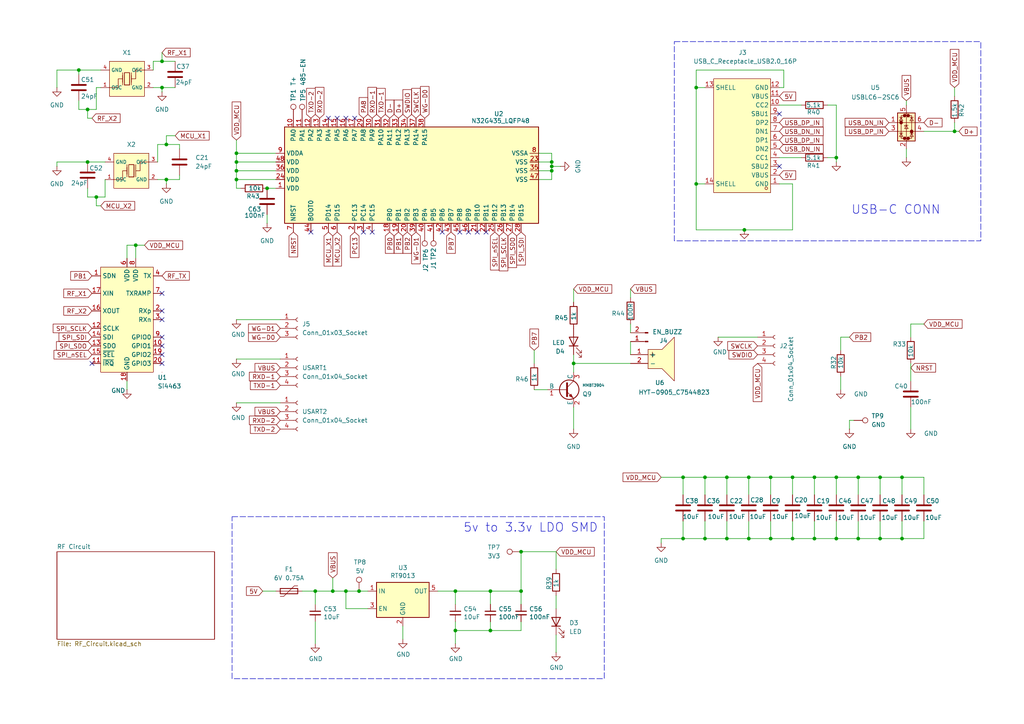
<source format=kicad_sch>
(kicad_sch (version 20250114) (generator "eeschema") (generator_version "9.0")
  (paper "A4")
  (rectangle (start 195.58 12.065) (end 284.48 69.85) (stroke (width 0) (type dash)))
  (rectangle (start 67.31 149.86) (end 175.26 196.85) (stroke (width 0) (type dash)))
  (text "5v to 3.3v LDO SMD" (at 153.924 153.162 0) (effects (font (size 2.54 2.54))))
  (text "USB-C CONN" (at 259.842 60.96 0) (effects (font (size 2.54 2.54))))
  (junction (at 217.17 156.21))
  (junction (at 27.94 57.15))
  (junction (at 151.13 160.02))
  (junction (at 276.86 38.1))
  (junction (at 229.87 138.43))
  (junction (at 217.17 138.43))
  (junction (at 151.13 171.45))
  (junction (at 204.47 138.43))
  (junction (at 25.4 46.99))
  (junction (at 132.08 182.88))
  (junction (at 242.57 138.43))
  (junction (at 229.87 156.21))
  (junction (at 223.52 138.43))
  (junction (at 132.08 171.45))
  (junction (at 104.14 171.45))
  (junction (at 210.82 138.43))
  (junction (at 242.57 45.72))
  (junction (at 255.27 138.43))
  (junction (at 255.27 156.21))
  (junction (at 142.24 171.45))
  (junction (at 100.33 171.45))
  (junction (at 48.26 52.07))
  (junction (at 248.92 138.43))
  (junction (at 160.02 49.53))
  (junction (at 201.93 25.4))
  (junction (at 39.37 71.12))
  (junction (at 210.82 156.21))
  (junction (at 68.58 44.45))
  (junction (at 25.4 31.75))
  (junction (at 261.62 156.21))
  (junction (at 142.24 182.88))
  (junction (at 68.58 49.53))
  (junction (at 215.9 66.675))
  (junction (at 198.12 138.43))
  (junction (at 201.93 53.34))
  (junction (at 242.57 156.21))
  (junction (at 261.62 138.43))
  (junction (at 160.02 48.26))
  (junction (at 166.37 105.41))
  (junction (at 91.44 171.45))
  (junction (at 68.58 46.99))
  (junction (at 223.52 156.21))
  (junction (at 236.22 156.21))
  (junction (at 160.02 46.99))
  (junction (at 46.99 17.78))
  (junction (at 77.47 54.61))
  (junction (at 204.47 156.21))
  (junction (at 248.92 156.21))
  (junction (at 96.52 171.45))
  (junction (at 198.12 156.21))
  (junction (at 22.86 20.32))
  (junction (at 68.58 52.07))
  (junction (at 48.26 41.91))
  (junction (at 46.99 25.4))
  (junction (at 236.22 138.43))
  (no_connect (at 26.67 105.41))
  (no_connect (at 46.99 97.79))
  (no_connect (at 46.99 85.09))
  (no_connect (at 133.35 67.31))
  (no_connect (at 100.33 34.29))
  (no_connect (at 128.27 67.31))
  (no_connect (at 46.99 105.41))
  (no_connect (at 102.87 34.29))
  (no_connect (at 97.79 34.29))
  (no_connect (at 90.17 67.31))
  (no_connect (at 46.99 100.33))
  (no_connect (at 140.97 67.31))
  (no_connect (at 95.25 34.29))
  (no_connect (at 46.99 102.87))
  (no_connect (at 226.06 48.26))
  (no_connect (at 105.41 67.31))
  (no_connect (at 107.95 67.31))
  (no_connect (at 46.99 92.71))
  (no_connect (at 135.89 67.31))
  (no_connect (at 226.06 33.02))
  (no_connect (at 46.99 90.17))
  (no_connect (at 138.43 67.31))
  (wire (pts (xy 261.62 156.21) (xy 255.27 156.21)))
  (wire (pts (xy 96.52 167.64) (xy 96.52 171.45)))
  (wire (pts (xy 243.84 97.79) (xy 243.84 101.6)))
  (wire (pts (xy 91.44 180.34) (xy 91.44 186.69)))
  (wire (pts (xy 25.4 57.15) (xy 25.4 54.61)))
  (wire (pts (xy 198.12 138.43) (xy 198.12 143.51)))
  (wire (pts (xy 25.4 34.29) (xy 25.4 31.75)))
  (wire (pts (xy 68.58 92.71) (xy 81.28 92.71)))
  (wire (pts (xy 162.56 48.26) (xy 160.02 48.26)))
  (wire (pts (xy 226.06 53.34) (xy 229.87 53.34)))
  (wire (pts (xy 246.38 121.92) (xy 246.38 124.46)))
  (wire (pts (xy 229.87 138.43) (xy 223.52 138.43)))
  (wire (pts (xy 215.9 66.675) (xy 229.87 66.675)))
  (wire (pts (xy 16.51 46.99) (xy 16.51 48.26)))
  (wire (pts (xy 240.03 30.48) (xy 242.57 30.48)))
  (wire (pts (xy 267.97 93.98) (xy 264.16 93.98)))
  (wire (pts (xy 242.57 138.43) (xy 236.22 138.43)))
  (wire (pts (xy 52.07 43.18) (xy 52.07 41.91)))
  (wire (pts (xy 91.44 171.45) (xy 96.52 171.45)))
  (wire (pts (xy 201.93 53.34) (xy 204.47 53.34)))
  (wire (pts (xy 156.21 46.99) (xy 160.02 46.99)))
  (wire (pts (xy 68.58 49.53) (xy 68.58 52.07)))
  (wire (pts (xy 229.87 151.13) (xy 229.87 156.21)))
  (wire (pts (xy 116.84 181.61) (xy 116.84 185.42)))
  (wire (pts (xy 160.02 49.53) (xy 160.02 48.26)))
  (wire (pts (xy 226.06 25.4) (xy 227.33 25.4)))
  (wire (pts (xy 201.93 25.4) (xy 204.47 25.4)))
  (wire (pts (xy 68.58 44.45) (xy 80.01 44.45)))
  (wire (pts (xy 262.89 29.21) (xy 262.89 30.48)))
  (wire (pts (xy 217.17 138.43) (xy 210.82 138.43)))
  (wire (pts (xy 68.58 104.14) (xy 81.28 104.14)))
  (wire (pts (xy 226.06 45.72) (xy 232.41 45.72)))
  (wire (pts (xy 151.13 171.45) (xy 142.24 171.45)))
  (wire (pts (xy 44.45 25.4) (xy 46.99 25.4)))
  (wire (pts (xy 267.97 143.51) (xy 267.97 138.43)))
  (wire (pts (xy 22.86 31.75) (xy 22.86 29.21)))
  (wire (pts (xy 264.16 105.41) (xy 264.16 110.49)))
  (wire (pts (xy 278.13 38.1) (xy 276.86 38.1)))
  (wire (pts (xy 201.93 20.32) (xy 201.93 25.4)))
  (wire (pts (xy 44.45 17.78) (xy 46.99 17.78)))
  (wire (pts (xy 68.58 52.07) (xy 80.01 52.07)))
  (wire (pts (xy 201.93 53.34) (xy 201.93 66.675)))
  (wire (pts (xy 161.29 172.72) (xy 161.29 176.53)))
  (wire (pts (xy 22.86 20.32) (xy 16.51 20.32)))
  (wire (pts (xy 48.26 41.91) (xy 48.26 39.37)))
  (wire (pts (xy 198.12 151.13) (xy 198.12 156.21)))
  (wire (pts (xy 248.92 151.13) (xy 248.92 156.21)))
  (wire (pts (xy 27.94 25.4) (xy 29.21 25.4)))
  (wire (pts (xy 210.82 138.43) (xy 210.82 143.51)))
  (wire (pts (xy 229.87 156.21) (xy 236.22 156.21)))
  (wire (pts (xy 100.33 171.45) (xy 104.14 171.45)))
  (wire (pts (xy 267.97 151.13) (xy 267.97 156.21)))
  (wire (pts (xy 68.58 52.07) (xy 68.58 54.61)))
  (wire (pts (xy 198.12 156.21) (xy 204.47 156.21)))
  (wire (pts (xy 52.07 41.91) (xy 48.26 41.91)))
  (wire (pts (xy 276.86 25.4) (xy 276.86 27.94)))
  (wire (pts (xy 26.67 34.29) (xy 25.4 34.29)))
  (wire (pts (xy 236.22 151.13) (xy 236.22 156.21)))
  (wire (pts (xy 161.29 160.02) (xy 151.13 160.02)))
  (wire (pts (xy 156.21 52.07) (xy 160.02 52.07)))
  (wire (pts (xy 166.37 105.41) (xy 182.88 105.41)))
  (wire (pts (xy 46.99 15.24) (xy 46.99 17.78)))
  (wire (pts (xy 204.47 138.43) (xy 210.82 138.43)))
  (wire (pts (xy 104.14 171.45) (xy 106.68 171.45)))
  (wire (pts (xy 68.58 46.99) (xy 80.01 46.99)))
  (wire (pts (xy 242.57 143.51) (xy 242.57 138.43)))
  (wire (pts (xy 166.37 118.11) (xy 166.37 124.46)))
  (wire (pts (xy 204.47 156.21) (xy 210.82 156.21)))
  (wire (pts (xy 46.99 25.4) (xy 50.8 25.4)))
  (wire (pts (xy 154.94 101.6) (xy 154.94 105.41)))
  (wire (pts (xy 156.21 44.45) (xy 160.02 44.45)))
  (wire (pts (xy 142.24 180.34) (xy 142.24 182.88)))
  (wire (pts (xy 160.02 46.99) (xy 160.02 44.45)))
  (wire (pts (xy 166.37 105.41) (xy 166.37 107.95)))
  (wire (pts (xy 27.94 31.75) (xy 25.4 31.75)))
  (wire (pts (xy 247.65 121.92) (xy 246.38 121.92)))
  (wire (pts (xy 30.48 57.15) (xy 27.94 57.15)))
  (wire (pts (xy 25.4 31.75) (xy 22.86 31.75)))
  (wire (pts (xy 48.26 52.07) (xy 52.07 52.07)))
  (wire (pts (xy 16.51 20.32) (xy 16.51 25.4)))
  (wire (pts (xy 151.13 180.34) (xy 151.13 182.88)))
  (wire (pts (xy 46.99 17.78) (xy 50.8 17.78)))
  (wire (pts (xy 68.58 44.45) (xy 68.58 46.99)))
  (wire (pts (xy 151.13 160.02) (xy 151.13 171.45)))
  (wire (pts (xy 276.86 38.1) (xy 267.97 38.1)))
  (wire (pts (xy 217.17 151.13) (xy 217.17 156.21)))
  (wire (pts (xy 217.17 143.51) (xy 217.17 138.43)))
  (wire (pts (xy 48.26 52.07) (xy 48.26 53.34)))
  (wire (pts (xy 68.58 46.99) (xy 68.58 49.53)))
  (wire (pts (xy 45.72 46.99) (xy 45.72 41.91)))
  (wire (pts (xy 87.63 171.45) (xy 91.44 171.45)))
  (wire (pts (xy 45.72 52.07) (xy 48.26 52.07)))
  (wire (pts (xy 204.47 138.43) (xy 198.12 138.43)))
  (wire (pts (xy 132.08 180.34) (xy 132.08 182.88)))
  (wire (pts (xy 39.37 71.12) (xy 39.37 74.93)))
  (wire (pts (xy 267.97 138.43) (xy 261.62 138.43)))
  (wire (pts (xy 248.92 143.51) (xy 248.92 138.43)))
  (wire (pts (xy 246.38 97.79) (xy 243.84 97.79)))
  (wire (pts (xy 223.52 156.21) (xy 229.87 156.21)))
  (wire (pts (xy 46.99 25.4) (xy 46.99 26.67)))
  (wire (pts (xy 242.57 30.48) (xy 242.57 45.72)))
  (wire (pts (xy 76.2 171.45) (xy 80.01 171.45)))
  (wire (pts (xy 182.88 93.98) (xy 182.88 96.52)))
  (wire (pts (xy 52.07 50.8) (xy 52.07 52.07)))
  (wire (pts (xy 191.77 156.21) (xy 191.77 157.48)))
  (wire (pts (xy 191.77 138.43) (xy 198.12 138.43)))
  (wire (pts (xy 210.82 156.21) (xy 217.17 156.21)))
  (wire (pts (xy 255.27 143.51) (xy 255.27 138.43)))
  (wire (pts (xy 248.92 156.21) (xy 242.57 156.21)))
  (wire (pts (xy 223.52 156.21) (xy 217.17 156.21)))
  (wire (pts (xy 182.88 99.06) (xy 182.88 102.87)))
  (wire (pts (xy 142.24 182.88) (xy 132.08 182.88)))
  (wire (pts (xy 91.44 175.26) (xy 91.44 171.45)))
  (wire (pts (xy 201.93 53.34) (xy 201.93 25.4)))
  (wire (pts (xy 182.88 83.82) (xy 182.88 86.36)))
  (wire (pts (xy 255.27 138.43) (xy 248.92 138.43)))
  (wire (pts (xy 96.52 171.45) (xy 100.33 171.45)))
  (wire (pts (xy 22.86 20.32) (xy 22.86 21.59)))
  (wire (pts (xy 255.27 138.43) (xy 261.62 138.43)))
  (wire (pts (xy 161.29 160.02) (xy 161.29 165.1)))
  (wire (pts (xy 100.33 176.53) (xy 106.68 176.53)))
  (wire (pts (xy 29.21 20.32) (xy 22.86 20.32)))
  (wire (pts (xy 242.57 151.13) (xy 242.57 156.21)))
  (wire (pts (xy 132.08 182.88) (xy 132.08 186.69)))
  (wire (pts (xy 30.48 46.99) (xy 25.4 46.99)))
  (wire (pts (xy 264.16 93.98) (xy 264.16 97.79)))
  (wire (pts (xy 68.58 54.61) (xy 69.85 54.61)))
  (wire (pts (xy 27.94 59.69) (xy 27.94 57.15)))
  (wire (pts (xy 204.47 151.13) (xy 204.47 156.21)))
  (wire (pts (xy 223.52 143.51) (xy 223.52 138.43)))
  (wire (pts (xy 39.37 71.12) (xy 41.91 71.12)))
  (wire (pts (xy 68.58 49.53) (xy 80.01 49.53)))
  (wire (pts (xy 242.57 45.72) (xy 242.57 46.99)))
  (wire (pts (xy 142.24 171.45) (xy 132.08 171.45)))
  (wire (pts (xy 201.93 66.675) (xy 215.9 66.675)))
  (wire (pts (xy 240.03 45.72) (xy 242.57 45.72)))
  (wire (pts (xy 48.26 39.37) (xy 50.8 39.37)))
  (wire (pts (xy 262.89 43.18) (xy 262.89 45.72)))
  (wire (pts (xy 160.02 48.26) (xy 160.02 46.99)))
  (wire (pts (xy 127 171.45) (xy 132.08 171.45)))
  (wire (pts (xy 229.87 53.34) (xy 229.87 66.675)))
  (wire (pts (xy 227.33 25.4) (xy 227.33 20.32)))
  (wire (pts (xy 236.22 143.51) (xy 236.22 138.43)))
  (wire (pts (xy 36.83 71.12) (xy 39.37 71.12)))
  (wire (pts (xy 68.58 116.84) (xy 81.28 116.84)))
  (wire (pts (xy 227.33 20.32) (xy 201.93 20.32)))
  (wire (pts (xy 160.02 52.07) (xy 160.02 49.53)))
  (wire (pts (xy 27.94 25.4) (xy 27.94 31.75)))
  (wire (pts (xy 236.22 138.43) (xy 229.87 138.43)))
  (wire (pts (xy 267.97 156.21) (xy 261.62 156.21)))
  (wire (pts (xy 261.62 143.51) (xy 261.62 138.43)))
  (wire (pts (xy 132.08 175.26) (xy 132.08 171.45)))
  (wire (pts (xy 204.47 143.51) (xy 204.47 138.43)))
  (wire (pts (xy 25.4 46.99) (xy 16.51 46.99)))
  (wire (pts (xy 166.37 102.87) (xy 166.37 105.41)))
  (wire (pts (xy 30.48 52.07) (xy 30.48 57.15)))
  (wire (pts (xy 154.94 113.03) (xy 158.75 113.03)))
  (wire (pts (xy 48.26 41.91) (xy 45.72 41.91)))
  (wire (pts (xy 44.45 20.32) (xy 44.45 17.78)))
  (wire (pts (xy 255.27 156.21) (xy 248.92 156.21)))
  (wire (pts (xy 36.83 74.93) (xy 36.83 71.12)))
  (wire (pts (xy 156.21 49.53) (xy 160.02 49.53)))
  (wire (pts (xy 161.29 184.15) (xy 161.29 189.23)))
  (wire (pts (xy 242.57 156.21) (xy 236.22 156.21)))
  (wire (pts (xy 208.28 97.79) (xy 219.71 97.79)))
  (wire (pts (xy 248.92 138.43) (xy 242.57 138.43)))
  (wire (pts (xy 261.62 151.13) (xy 261.62 156.21)))
  (wire (pts (xy 27.94 57.15) (xy 25.4 57.15)))
  (wire (pts (xy 243.84 109.22) (xy 243.84 113.03)))
  (wire (pts (xy 210.82 151.13) (xy 210.82 156.21)))
  (wire (pts (xy 142.24 171.45) (xy 142.24 175.26)))
  (wire (pts (xy 36.83 110.49) (xy 36.83 113.03)))
  (wire (pts (xy 223.52 138.43) (xy 217.17 138.43)))
  (wire (pts (xy 29.21 59.69) (xy 27.94 59.69)))
  (wire (pts (xy 166.37 83.82) (xy 166.37 87.63)))
  (wire (pts (xy 151.13 182.88) (xy 142.24 182.88)))
  (wire (pts (xy 276.86 35.56) (xy 276.86 38.1)))
  (wire (pts (xy 223.52 151.13) (xy 223.52 156.21)))
  (wire (pts (xy 77.47 62.23) (xy 77.47 64.77)))
  (wire (pts (xy 191.77 156.21) (xy 198.12 156.21)))
  (wire (pts (xy 100.33 176.53) (xy 100.33 171.45)))
  (wire (pts (xy 255.27 151.13) (xy 255.27 156.21)))
  (wire (pts (xy 264.16 118.11) (xy 264.16 124.46)))
  (wire (pts (xy 68.58 40.64) (xy 68.58 44.45)))
  (wire (pts (xy 229.87 143.51) (xy 229.87 138.43)))
  (wire (pts (xy 226.06 30.48) (xy 232.41 30.48)))
  (wire (pts (xy 151.13 171.45) (xy 151.13 175.26)))
  (wire (pts (xy 77.47 54.61) (xy 80.01 54.61)))
  (global_label "5V" (shape input) (at 226.06 27.94 0) (property "Intersheetrefs" "${INTERSHEET_REFS}" (effects (hide yes))))
  (global_label "RXD-2" (shape input) (at 92.71 34.29 90) (property "Intersheetrefs" "${INTERSHEET_REFS}" (effects (hide yes))))
  (global_label "RF_X2" (shape input) (at 26.67 90.17 180) (property "Intersheetrefs" "${INTERSHEET_REFS}" (effects (hide yes))))
  (global_label "MCU_X1" (shape input) (at 50.8 39.37 0) (property "Intersheetrefs" "${INTERSHEET_REFS}" (effects (hide yes))))
  (global_label "TXD-1" (shape input) (at 110.49 34.29 90) (property "Intersheetrefs" "${INTERSHEET_REFS}" (effects (hide yes))))
  (global_label "WG-D1" (shape input) (at 81.28 95.25 180) (property "Intersheetrefs" "${INTERSHEET_REFS}" (effects (hide yes))))
  (global_label "TXD-2" (shape input) (at 90.17 34.29 90) (property "Intersheetrefs" "${INTERSHEET_REFS}" (effects (hide yes))))
  (global_label "SWDIO" (shape input) (at 118.11 34.29 90) (property "Intersheetrefs" "${INTERSHEET_REFS}" (effects (hide yes))))
  (global_label "SPI_SDO" (shape input) (at 26.67 100.33 180) (property "Intersheetrefs" "${INTERSHEET_REFS}" (effects (hide yes))))
  (global_label "5V" (shape input) (at 76.2 171.45 180) (property "Intersheetrefs" "${INTERSHEET_REFS}" (effects (hide yes))))
  (global_label "SWDIO" (shape input) (at 219.71 102.87 180) (property "Intersheetrefs" "${INTERSHEET_REFS}" (effects (hide yes))))
  (global_label "WG-D1" (shape input) (at 120.65 67.31 270) (property "Intersheetrefs" "${INTERSHEET_REFS}" (effects (hide yes))))
  (global_label "RF_TX" (shape input) (at 46.99 80.01 0) (property "Intersheetrefs" "${INTERSHEET_REFS}" (effects (hide yes))))
  (global_label "MCU_X2" (shape input) (at 29.21 59.69 0) (property "Intersheetrefs" "${INTERSHEET_REFS}" (effects (hide yes))))
  (global_label "PB2" (shape input) (at 246.38 97.79 0) (property "Intersheetrefs" "${INTERSHEET_REFS}" (effects (hide yes))))
  (global_label "5V" (shape input) (at 226.06 50.8 0) (property "Intersheetrefs" "${INTERSHEET_REFS}" (effects (hide yes))))
  (global_label "NRST" (shape input) (at 264.16 106.68 0) (property "Intersheetrefs" "${INTERSHEET_REFS}" (effects (hide yes))))
  (global_label "NRST" (shape input) (at 85.09 67.31 270) (property "Intersheetrefs" "${INTERSHEET_REFS}" (effects (hide yes))))
  (global_label "PA8" (shape input) (at 105.41 34.29 90) (property "Intersheetrefs" "${INTERSHEET_REFS}" (effects (hide yes))))
  (global_label "RF_X1" (shape input) (at 46.99 15.24 0) (property "Intersheetrefs" "${INTERSHEET_REFS}" (effects (hide yes))))
  (global_label "VBUS" (shape input) (at 81.28 119.38 180) (property "Intersheetrefs" "${INTERSHEET_REFS}" (effects (hide yes))))
  (global_label "SPI_nSEL" (shape input) (at 26.67 102.87 180) (property "Intersheetrefs" "${INTERSHEET_REFS}" (effects (hide yes))))
  (global_label "TXD-1" (shape input) (at 81.28 111.76 180) (property "Intersheetrefs" "${INTERSHEET_REFS}" (effects (hide yes))))
  (global_label "VBUS" (shape input) (at 262.89 29.21 90) (property "Intersheetrefs" "${INTERSHEET_REFS}" (effects (hide yes))))
  (global_label "D+" (shape input) (at 115.57 34.29 90) (property "Intersheetrefs" "${INTERSHEET_REFS}" (effects (hide yes))))
  (global_label "USB_DN_IN" (shape input) (at 226.06 38.1 0) (property "Intersheetrefs" "${INTERSHEET_REFS}" (effects (hide yes))))
  (global_label "VDD_MCU" (shape input) (at 276.86 25.4 90) (property "Intersheetrefs" "${INTERSHEET_REFS}" (effects (hide yes))))
  (global_label "PB1" (shape input) (at 26.67 80.01 180) (property "Intersheetrefs" "${INTERSHEET_REFS}" (effects (hide yes))))
  (global_label "RF_X1" (shape input) (at 26.67 85.09 180) (property "Intersheetrefs" "${INTERSHEET_REFS}" (effects (hide yes))))
  (global_label "PB0" (shape input) (at 113.03 67.31 270) (property "Intersheetrefs" "${INTERSHEET_REFS}" (effects (hide yes))))
  (global_label "WG-D0" (shape input) (at 123.19 34.29 90) (property "Intersheetrefs" "${INTERSHEET_REFS}" (effects (hide yes))))
  (global_label "SPI_SDI" (shape input) (at 26.67 97.79 180) (property "Intersheetrefs" "${INTERSHEET_REFS}" (effects (hide yes))))
  (global_label "VBUS" (shape input) (at 182.88 83.82 0) (property "Intersheetrefs" "${INTERSHEET_REFS}" (effects (hide yes))))
  (global_label "PB1" (shape input) (at 115.57 67.31 270) (property "Intersheetrefs" "${INTERSHEET_REFS}" (effects (hide yes))))
  (global_label "MCU_X1" (shape input) (at 95.25 67.31 270) (property "Intersheetrefs" "${INTERSHEET_REFS}" (effects (hide yes))))
  (global_label "RXD-1" (shape input) (at 107.95 34.29 90) (property "Intersheetrefs" "${INTERSHEET_REFS}" (effects (hide yes))))
  (global_label "SPI_SCLK" (shape input) (at 146.05 67.31 270) (property "Intersheetrefs" "${INTERSHEET_REFS}" (effects (hide yes))))
  (global_label "RXD-2" (shape input) (at 81.28 121.92 180) (property "Intersheetrefs" "${INTERSHEET_REFS}" (effects (hide yes))))
  (global_label "PB7" (shape input) (at 154.94 101.6 90) (property "Intersheetrefs" "${INTERSHEET_REFS}" (effects (hide yes))))
  (global_label "USB_DN_IN" (shape input) (at 226.06 43.18 0) (property "Intersheetrefs" "${INTERSHEET_REFS}" (effects (hide yes))))
  (global_label "VDD_MCU" (shape input) (at 161.29 160.02 0) (property "Intersheetrefs" "${INTERSHEET_REFS}" (effects (hide yes))))
  (global_label "PC13" (shape input) (at 102.87 67.31 270) (property "Intersheetrefs" "${INTERSHEET_REFS}" (effects (hide yes))))
  (global_label "D-" (shape input) (at 267.97 35.56 0) (property "Intersheetrefs" "${INTERSHEET_REFS}" (effects (hide yes))))
  (global_label "VDD_MCU" (shape input) (at 41.91 71.12 0) (property "Intersheetrefs" "${INTERSHEET_REFS}" (effects (hide yes))))
  (global_label "VDD_MCU" (shape input) (at 191.77 138.43 180) (property "Intersheetrefs" "${INTERSHEET_REFS}" (effects (hide yes))))
  (global_label "USB_DP_IN" (shape input) (at 226.06 40.64 0) (property "Intersheetrefs" "${INTERSHEET_REFS}" (effects (hide yes))))
  (global_label "SWCLK" (shape input) (at 120.65 34.29 90) (property "Intersheetrefs" "${INTERSHEET_REFS}" (effects (hide yes))))
  (global_label "VDD_MCU" (shape input) (at 166.37 83.82 0) (property "Intersheetrefs" "${INTERSHEET_REFS}" (effects (hide yes))))
  (global_label "SWCLK" (shape input) (at 219.71 100.33 180) (property "Intersheetrefs" "${INTERSHEET_REFS}" (effects (hide yes))))
  (global_label "SPI_SCLK" (shape input) (at 26.67 95.25 180) (property "Intersheetrefs" "${INTERSHEET_REFS}" (effects (hide yes))))
  (global_label "PB7" (shape input) (at 130.81 67.31 270) (property "Intersheetrefs" "${INTERSHEET_REFS}" (effects (hide yes))))
  (global_label "VDD_MCU" (shape input) (at 267.97 93.98 0) (property "Intersheetrefs" "${INTERSHEET_REFS}" (effects (hide yes))))
  (global_label "SPI_SDO" (shape input) (at 148.59 67.31 270) (property "Intersheetrefs" "${INTERSHEET_REFS}" (effects (hide yes))))
  (global_label "USB_DN_IN" (shape input) (at 257.81 35.56 180) (property "Intersheetrefs" "${INTERSHEET_REFS}" (effects (hide yes))))
  (global_label "TXD-2" (shape input) (at 81.28 124.46 180) (property "Intersheetrefs" "${INTERSHEET_REFS}" (effects (hide yes))))
  (global_label "VDD_MCU" (shape input) (at 68.58 40.64 90) (property "Intersheetrefs" "${INTERSHEET_REFS}" (effects (hide yes))))
  (global_label "VBUS" (shape input) (at 96.52 167.64 90) (property "Intersheetrefs" "${INTERSHEET_REFS}" (effects (hide yes))))
  (global_label "SPI_SDI" (shape input) (at 151.13 67.31 270) (property "Intersheetrefs" "${INTERSHEET_REFS}" (effects (hide yes))))
  (global_label "VBUS" (shape input) (at 81.28 106.68 180) (property "Intersheetrefs" "${INTERSHEET_REFS}" (effects (hide yes))))
  (global_label "SPI_nSEL" (shape input) (at 143.51 67.31 270) (property "Intersheetrefs" "${INTERSHEET_REFS}" (effects (hide yes))))
  (global_label "D-" (shape input) (at 113.03 34.29 90) (property "Intersheetrefs" "${INTERSHEET_REFS}" (effects (hide yes))))
  (global_label "USB_DP_IN" (shape input) (at 257.81 38.1 180) (property "Intersheetrefs" "${INTERSHEET_REFS}" (effects (hide yes))))
  (global_label "RF_X2" (shape input) (at 26.67 34.29 0) (property "Intersheetrefs" "${INTERSHEET_REFS}" (effects (hide yes))))
  (global_label "WG-D0" (shape input) (at 81.28 97.79 180) (property "Intersheetrefs" "${INTERSHEET_REFS}" (effects (hide yes))))
  (global_label "VDD_MCU" (shape input) (at 219.71 105.41 270) (property "Intersheetrefs" "${INTERSHEET_REFS}" (effects (hide yes))))
  (global_label "PB2" (shape input) (at 118.11 67.31 270) (property "Intersheetrefs" "${INTERSHEET_REFS}" (effects (hide yes))))
  (global_label "RXD-1" (shape input) (at 81.28 109.22 180) (property "Intersheetrefs" "${INTERSHEET_REFS}" (effects (hide yes))))
  (global_label "USB_DP_IN" (shape input) (at 226.06 35.56 0) (property "Intersheetrefs" "${INTERSHEET_REFS}" (effects (hide yes))))
  (global_label "MCU_X2" (shape input) (at 97.79 67.31 270) (property "Intersheetrefs" "${INTERSHEET_REFS}" (effects (hide yes))))
  (global_label "D+" (shape input) (at 278.13 38.1 0) (property "Intersheetrefs" "${INTERSHEET_REFS}" (effects (hide yes))))
  (symbol (lib_id "PCM_JLCPCB-Crystals:Crystal, 25MHz, 11pF") (at 36.83 22.86 0) (unit 1)
    (property "Reference" "X1" (at 36.83 15.24 0))
    (property "Value" "X322525MOB4SI" (effects (hide yes)))
    (property "Footprint" "PCM_JLCPCB:OSC-SMD_4P-L3.2-W2.5-BL" (effects (hide yes)))
    (property "Datasheet" "https://www.lcsc.com/datasheet/lcsc_datasheet_2403291504_YXC-Crystal-Oscillators-X322525MOB4SI_C9006.pdf" (effects (hide yes)))
    (property "Description" "nan" (effects (hide yes)))
    (property "LCSC" "C9006" (effects (hide yes)))
    (property "Stock" "307445" (effects (hide yes)))
    (property "Price" "0.068USD" (effects (hide yes)))
    (property "Process" "SMT" (effects (hide yes)))
    (property "Minimum Qty" "5" (effects (hide yes)))
    (property "Attrition Qty" "4" (effects (hide yes)))
    (property "Class" "Basic Component" (effects (hide yes)))
    (property "Category" "Crystals/Oscillators/Resonators,Crystals" (effects (hide yes)))
    (property "Manufacturer" "Yangxing Tech" (effects (hide yes)))
    (property "Part" "X322525MOB4SI" (effects (hide yes)))
    (property "Frequency" "30MHz" (effects (hide yes)))
    (property "Frequency Stability" "±20ppm" (effects (hide yes)))
    (property "Operating Temperature" "-40°C~+85°C" (effects (hide yes)))
    (property "Frequency Tolerance" "±10ppm" (effects (hide yes)))
    (property "Crystal Type" "SMD Crystal Resonator" (effects (hide yes)))
    (property "Load Capacitance" "12pF" (effects (hide yes)))
    (property "Normal Temperature Frequency Tolerance" "±10ppm" (effects (hide yes)))
    (property "Type" "Surface Mount Crystal" (effects (hide yes)))
  )
  (symbol (lib_id "Device:C") (at 52.07 46.99 0) (unit 1)
    (property "Reference" "C21" (at 56.6548 45.7199 0) (effects (justify left)))
    (property "Value" "24pF" (at 56.6548 48.2599 0) (effects (justify left)))
    (property "Footprint" "Capacitor_SMD:C_0805_2012Metric_Pad1.18x1.45mm_HandSolder" (effects (hide yes)))
    (property "Description" "Unpolarized capacitor" (effects (hide yes)))
  )
  (symbol (lib_id "Device:C") (at 198.12 147.32 0) (unit 1)
    (property "Reference" "C38" (at 200.66 145.288 0))
    (property "Value" "10uF" (at 200.406 149.86 0))
    (property "Footprint" "Capacitor_SMD:C_0805_2012Metric_Pad1.18x1.45mm_HandSolder" (effects (hide yes)))
    (property "Description" "Unpolarized capacitor" (effects (hide yes)))
  )
  (symbol (lib_id "Power_Protection:USBLC6-2SC6") (at 262.89 35.56 0) (unit 1)
    (property "Reference" "U5" (at 252.476 25.4 0) (effects (justify left)))
    (property "Value" "USBLC6-2SC6" (at 246.888 28.194 0) (effects (justify left)))
    (property "Footprint" "Package_TO_SOT_SMD:SOT-23-6" (effects (hide yes)))
    (property "Datasheet" "https://www.st.com/resource/en/datasheet/usblc6-2.pdf" (effects (hide yes)))
    (property "Description" "Very low capacitance ESD protection diode, 2 data-line, SOT-23-6" (effects (hide yes)))
  )
  (symbol (lib_id "Device:R") (at 73.66 54.61 270) (unit 1)
    (property "Reference" "R43" (at 73.406 56.896 90))
    (property "Value" "10k" (at 73.914 54.61 90))
    (property "Footprint" "Resistor_SMD:R_0805_2012Metric_Pad1.20x1.40mm_HandSolder" (effects (hide yes)))
    (property "Description" "Resistor" (effects (hide yes)))
  )
  (symbol (lib_id "Device:C") (at 25.4 50.8 0) (unit 1)
    (property "Reference" "C52" (at 25.908 48.768 0) (effects (justify left)))
    (property "Value" "24pF" (at 20.574 53.086 0) (effects (justify left)))
    (property "Footprint" "Capacitor_SMD:C_0805_2012Metric_Pad1.18x1.45mm_HandSolder" (effects (hide yes)))
    (property "Description" "Unpolarized capacitor" (effects (hide yes)))
  )
  (symbol (lib_id "Connector:Conn_01x04_Socket") (at 86.36 106.68 0) (unit 1)
    (property "Reference" "USART1" (at 87.63 106.6799 0) (effects (justify left)))
    (property "Value" "Conn_01x04_Socket" (at 87.63 109.2199 0) (effects (justify left)))
    (property "Footprint" "Connector_PinHeader_2.54mm:PinHeader_1x04_P2.54mm_Vertical" (effects (hide yes)))
    (property "Description" "Generic connector, single row, 01x04, script generated" (effects (hide yes)))
  )
  (symbol (lib_id "power:GND") (at 215.9 66.675 0) (unit 1)
    (property "Reference" "#PWR017" (effects (hide yes)))
    (property "Value" "GND" (effects (hide yes)))
    (property "Description" "Power symbol creates a global label with name \"GND\" , ground" (effects (hide yes)))
  )
  (symbol (lib_id "Device:C") (at 236.22 147.32 0) (unit 1)
    (property "Reference" "C19" (at 238.76 145.288 0))
    (property "Value" "10uF" (at 239.014 150.114 0))
    (property "Footprint" "Capacitor_SMD:C_0805_2012Metric_Pad1.18x1.45mm_HandSolder" (effects (hide yes)))
    (property "Description" "Unpolarized capacitor" (effects (hide yes)))
  )
  (symbol (lib_id "power:GND") (at 246.38 124.46 0) (unit 1)
    (property "Reference" "#PWR019" (effects (hide yes)))
    (property "Value" "GND" (at 246.38 129.54 0))
    (property "Description" "Power symbol creates a global label with name \"GND\" , ground" (effects (hide yes)))
  )
  (symbol (lib_id "Device:C") (at 248.92 147.32 0) (unit 1)
    (property "Reference" "C47" (at 251.46 145.288 0))
    (property "Value" "10uF" (at 251.714 150.114 0))
    (property "Footprint" "Capacitor_SMD:C_0805_2012Metric_Pad1.18x1.45mm_HandSolder" (effects (hide yes)))
    (property "Description" "Unpolarized capacitor" (effects (hide yes)))
  )
  (symbol (lib_id "power:GND") (at 242.57 46.99 0) (unit 1)
    (property "Reference" "#PWR020" (effects (hide yes)))
    (property "Value" "GND" (effects (hide yes)))
    (property "Description" "Power symbol creates a global label with name \"GND\" , ground" (effects (hide yes)))
  )
  (symbol (lib_id "Device:LED") (at 161.29 180.34 90) (unit 1)
    (property "Reference" "D3" (at 165.1 180.6574 90) (effects (justify right)))
    (property "Value" "LED" (at 165.1 183.1974 90) (effects (justify right)))
    (property "Footprint" "LED_SMD:LED_0805_2012Metric_Pad1.15x1.40mm_HandSolder" (effects (hide yes)))
    (property "Description" "Light emitting diode" (effects (hide yes)))
    (property "Sim.Pins" "1=K 2=A" (effects (hide yes)))
  )
  (symbol (lib_id "PCM_JLCPCB-Transistors:NPN,MMBT3904") (at 163.83 113.03 0) (unit 1)
    (property "Reference" "Q9" (at 168.91 114.3001 0) (effects (justify left)))
    (property "Value" "MMBT3904" (at 168.91 111.76 0) (effects (font (size 0.8 0.8)) (justify left)))
    (property "Footprint" "PCM_JLCPCB:Q_SOT-23" (effects (hide yes)))
    (property "Datasheet" "https://wmsc.lcsc.com/wmsc/upload/file/pdf/v2/lcsc/2312221203_hongjiacheng-MMBT3904_C7420353.pdf" (effects (hide yes)))
    (property "Description" "40V 200mW 100@10mA,1.0V 200mA NPN SOT-23 Bipolar (BJT) ROHS" (effects (hide yes)))
    (property "LCSC" "C7420353" (effects (hide yes)))
    (property "Stock" "795529" (effects (hide yes)))
    (property "Price" "0.013USD" (effects (hide yes)))
    (property "Process" "SMT" (effects (hide yes)))
    (property "Minimum Qty" "10" (effects (hide yes)))
    (property "Attrition Qty" "5" (effects (hide yes)))
    (property "Class" "Preferred Component" (effects (hide yes)))
    (property "Category" "Triode/MOS Tube/Transistor,Bipolar Transistors - BJT" (effects (hide yes)))
    (property "Manufacturer" "hongjiacheng" (effects (hide yes)))
    (property "Part" "MMBT3904" (effects (hide yes)))
    (property "Transition Frequency (fT)" "300MHz" (effects (hide yes)))
    (property "Operating Temperature" "-55°C~+150°C" (effects (hide yes)))
    (property "Collector Cut-Off Current (Icbo)" "0.1uA" (effects (hide yes)))
    (property "Transistor Type" "NPN" (effects (hide yes)))
    (property "DC Current Gain (hFE@Ic,Vce)" "100@10mA,1.0V" (effects (hide yes)))
    (property "Power Dissipation (Pd)" "null" (effects (hide yes)))
    (property "Collector Current (Ic)" "null" (effects (hide yes)))
    (property "Collector-Emitter Saturation Voltage (VCE(sat)@Ic,Ib)" "0.3V@50mA,5.0mA" (effects (hide yes)))
    (property "Collector-Emitter Breakdown Voltage (Vceo)" "null" (effects (hide yes)))
  )
  (symbol (lib_id "Device:C") (at 217.17 147.32 180) (unit 1)
    (property "Reference" "C28" (at 221.488 145.034 0) (effects (justify left)))
    (property "Value" "10uF" (at 222.25 149.86 0) (effects (justify left)))
    (property "Footprint" "Capacitor_SMD:C_0805_2012Metric_Pad1.18x1.45mm_HandSolder" (effects (hide yes)))
    (property "Description" "Unpolarized capacitor" (effects (hide yes)))
  )
  (symbol (lib_id "RF:Si4463") (at 36.83 92.71 0) (unit 1)
    (property "Reference" "U1" (at 45.72 109.474 0) (effects (justify left)))
    (property "Value" "Si4463" (at 45.72 112.014 0) (effects (justify left)))
    (property "Footprint" "Package_DFN_QFN:QFN-20-1EP_4x4mm_P0.5mm_EP2.6x2.6mm_ThermalVias" (effects (hide yes)))
    (property "Datasheet" "https://www.silabs.com/documents/public/data-sheets/Si4464-63-61-60.pdf" (effects (hide yes)))
    (property "Description" "High-Performance, Low-Current Sub-GHz Transceiver, +20dBm, Major bands 142-1050 MHz, QFN-20" (effects (hide yes)))
  )
  (symbol (lib_id "Device:C") (at 229.87 147.32 0) (unit 1)
    (property "Reference" "C20" (at 230.378 145.034 0) (effects (justify left)))
    (property "Value" "10uF" (at 230.378 149.606 0) (effects (justify left)))
    (property "Footprint" "Capacitor_SMD:C_0805_2012Metric_Pad1.18x1.45mm_HandSolder" (effects (hide yes)))
    (property "Description" "Unpolarized capacitor" (effects (hide yes)))
  )
  (symbol (lib_id "Device:C") (at 267.97 147.32 0) (unit 1)
    (property "Reference" "C50" (at 270.51 145.288 0))
    (property "Value" "10uF" (at 270.764 150.114 0))
    (property "Footprint" "Capacitor_SMD:C_0805_2012Metric_Pad1.18x1.45mm_HandSolder" (effects (hide yes)))
    (property "Description" "Unpolarized capacitor" (effects (hide yes)))
  )
  (symbol (lib_id "Device:C") (at 50.8 21.59 0) (unit 1)
    (property "Reference" "C37" (at 53.086 19.304 0))
    (property "Value" "24pF" (at 53.34 23.876 0))
    (property "Footprint" "Capacitor_SMD:C_0805_2012Metric_Pad1.18x1.45mm_HandSolder" (effects (hide yes)))
    (property "Description" "Unpolarized capacitor" (effects (hide yes)))
  )
  (symbol (lib_id "power:GND") (at 191.77 157.48 0) (unit 1)
    (property "Reference" "#PWR015" (effects (hide yes)))
    (property "Value" "GND" (at 191.77 162.56 0))
    (property "Description" "Power symbol creates a global label with name \"GND\" , ground" (effects (hide yes)))
  )
  (symbol (lib_id "Connector:Conn_01x04_Socket") (at 224.79 100.33 0) (unit 1)
    (property "Reference" "J2" (at 226.06 100.3299 0) (effects (justify left)))
    (property "Value" "Conn_01x04_Socket" (at 229.362 116.586 90) (effects (justify left)))
    (property "Footprint" "Connector_PinHeader_2.54mm:PinHeader_1x04_P2.54mm_Vertical" (effects (hide yes)))
    (property "Description" "Generic connector, single row, 01x04, script generated" (effects (hide yes)))
  )
  (symbol (lib_id "Connector:TestPoint") (at 123.19 67.31 180) (unit 1)
    (property "Reference" "TP6" (at 123.444 73.914 90))
    (property "Value" "J2" (at 123.444 77.724 90))
    (property "Footprint" "TestPoint:TestPoint_Pad_D1.5mm" (effects (hide yes)))
    (property "Description" "test point" (effects (hide yes)))
  )
  (symbol (lib_id "Device:C") (at 242.57 147.32 0) (unit 1)
    (property "Reference" "C46" (at 245.11 145.288 0))
    (property "Value" "10uF" (at 245.364 150.114 0))
    (property "Footprint" "Capacitor_SMD:C_0805_2012Metric_Pad1.18x1.45mm_HandSolder" (effects (hide yes)))
    (property "Description" "Unpolarized capacitor" (effects (hide yes)))
  )
  (symbol (lib_id "Connector:TestPoint") (at 151.13 160.02 90) (unit 1)
    (property "Reference" "TP7" (at 143.256 158.75 90))
    (property "Value" "3V3" (at 143.256 161.29 90))
    (property "Footprint" "TestPoint:TestPoint_Pad_D1.5mm" (effects (hide yes)))
    (property "Description" "test point" (effects (hide yes)))
  )
  (symbol (lib_id "power:GND") (at 68.58 116.84 0) (unit 1)
    (property "Reference" "#PWR012" (effects (hide yes)))
    (property "Value" "GND" (at 67.056 121.158 0) (effects (justify left)))
    (property "Description" "Power symbol creates a global label with name \"GND\" , ground" (effects (hide yes)))
  )
  (symbol (lib_id "Device:R") (at 154.94 109.22 180) (unit 1)
    (property "Reference" "R46" (at 151.384 109.982 0))
    (property "Value" "1k" (at 154.94 109.474 90))
    (property "Footprint" "Resistor_SMD:R_0805_2012Metric_Pad1.20x1.40mm_HandSolder" (effects (hide yes)))
    (property "Description" "Resistor" (effects (hide yes)))
  )
  (symbol (lib_id "Device:C") (at 255.27 147.32 0) (unit 1)
    (property "Reference" "C48" (at 257.81 145.288 0))
    (property "Value" "10uF" (at 258.064 150.114 0))
    (property "Footprint" "Capacitor_SMD:C_0805_2012Metric_Pad1.18x1.45mm_HandSolder" (effects (hide yes)))
    (property "Description" "Unpolarized capacitor" (effects (hide yes)))
  )
  (symbol (lib_id "power:GND") (at 46.99 26.67 0) (unit 1)
    (property "Reference" "#PWR04" (effects (hide yes)))
    (property "Value" "GND" (at 46.99 31.75 0))
    (property "Description" "Power symbol creates a global label with name \"GND\" , ground" (effects (hide yes)))
  )
  (symbol (lib_id "power:GND") (at 16.51 25.4 0) (unit 1)
    (property "Reference" "#PWR01" (effects (hide yes)))
    (property "Value" "GND" (at 16.51 30.48 0))
    (property "Description" "Power symbol creates a global label with name \"GND\" , ground" (effects (hide yes)))
  )
  (symbol (lib_id "power:GND") (at 208.28 97.79 0) (unit 1)
    (property "Reference" "#PWR016" (effects (hide yes)))
    (property "Value" "GND" (at 206.756 102.108 0) (effects (justify left)))
    (property "Description" "Power symbol creates a global label with name \"GND\" , ground" (effects (hide yes)))
  )
  (symbol (lib_id "LCSC_EasyEDA:HYT-0905_C7544823") (at 187.96 102.87 180) (unit 1)
    (property "Reference" "U6" (at 189.992 110.998 0) (effects (justify right)))
    (property "Value" "HYT-0905_C7544823" (at 185.166 113.792 0) (effects (justify right)))
    (property "Footprint" "EasyEDA:BUZ-TH_BD9.0-P5.00-D0.6-FD" (effects (hide yes)))
    (property "LCSC Part" "C7544823" (effects (hide yes)))
  )
  (symbol (lib_id "power:GND") (at 68.58 104.14 0) (unit 1)
    (property "Reference" "#PWR011" (effects (hide yes)))
    (property "Value" "GND" (at 67.056 108.458 0) (effects (justify left)))
    (property "Description" "Power symbol creates a global label with name \"GND\" , ground" (effects (hide yes)))
  )
  (symbol (lib_id "power:GND") (at 243.84 113.03 0) (unit 1)
    (property "Reference" "#PWR018" (effects (hide yes)))
    (property "Value" "GND" (at 247.65 114.2999 0) (effects (justify left)))
    (property "Description" "Power symbol creates a global label with name \"GND\" , ground" (effects (hide yes)))
  )
  (symbol (lib_id "power:GND") (at 161.29 189.23 0) (unit 1)
    (property "Reference" "#PWR013" (effects (hide yes)))
    (property "Value" "GND" (at 161.417 193.6242 0))
  )
  (symbol (lib_id "Device:C") (at 210.82 147.32 0) (unit 1)
    (property "Reference" "C22" (at 211.582 145.288 0) (effects (justify left)))
    (property "Value" "10uF" (at 211.328 149.86 0) (effects (justify left)))
    (property "Footprint" "Capacitor_SMD:C_0805_2012Metric_Pad1.18x1.45mm_HandSolder" (effects (hide yes)))
    (property "Description" "Unpolarized capacitor" (effects (hide yes)))
  )
  (symbol (lib_id "Connector:TestPoint") (at 125.73 67.31 180) (unit 1)
    (property "Reference" "TP2" (at 125.73 73.66 90))
    (property "Value" "J1" (at 125.73 76.962 90))
    (property "Footprint" "TestPoint:TestPoint_Pad_D1.5mm" (effects (hide yes)))
    (property "Description" "test point" (effects (hide yes)))
  )
  (symbol (lib_id "power:GND") (at 116.84 185.42 0) (unit 1)
    (property "Reference" "#PWR07" (effects (hide yes)))
    (property "Value" "GND" (at 116.967 189.8142 0))
  )
  (symbol (lib_id "KLKS:N32G435_LQFP48") (at 120.65 52.07 90) (unit 1)
    (property "Reference" "U2" (at 146.05 33.02 90) (effects (justify left)))
    (property "Value" "N32G435_LQFP48" (at 153.67 35.052 90) (effects (justify left)))
    (property "Footprint" "PCM_JLCPCB:LQFP-48_7x7mm_P0.5mm" (effects (hide yes)))
    (property "Datasheet" "https://www.st.com/resource/en/datasheet/stm32f103c8.pdf" (effects (hide yes)))
    (property "Description" "32Bit, 72MHz, 64KB Flash, 20KB RAM, 2.0-3.6V" (effects (hide yes)))
    (property "LCSC" "C8734" (effects (hide yes)))
    (property "Price" "1.086USD" (effects (hide yes)))
    (property "Stock" "204280" (effects (hide yes)))
    (property "Process" "SMT" (effects (hide yes)))
    (property "Minimum Qty" "1" (effects (hide yes)))
    (property "Attrition Qty" "0" (effects (hide yes)))
    (property "Class" "Preferred Component" (effects (hide yes)))
    (property "Category" "Embedded Processors & Controllers,ST Microelectronics" (effects (hide yes)))
    (property "Manufacturer" "STMicroelectronics" (effects (hide yes)))
    (property "Part" "STM32F103C8T6" (effects (hide yes)))
    (property "Adc (Bit)" "12bit" (effects (hide yes)))
    (property "Low-Voltage Detect" "Yes" (effects (hide yes)))
    (property "Universal Serial Bus" "Yes" (effects (hide yes)))
    (property "Direct Memory Access" "Yes" (effects (hide yes)))
    (property "Watchdog" "Yes" (effects (hide yes)))
    (property "Program Storage Size" "64KB" (effects (hide yes)))
    (property "Cpu Maximum Speed" "72MHz" (effects (hide yes)))
    (property "Gpio Ports Number" "37" (effects (hide yes)))
    (property "Internal Oscillator" "Yes" (effects (hide yes)))
    (property "Infrared Data Association" "Yes" (effects (hide yes)))
    (property "Operating Voltage Range" "2V~3.6V" (effects (hide yes)))
    (property "Ram Size" "20KB" (effects (hide yes)))
    (property "Cpu Core" "ARM-M3" (effects (hide yes)))
    (property "Operating Temperature Range" "-40°C~+85°C" (effects (hide yes)))
    (property "Program Memory Type" "FLASH" (effects (hide yes)))
    (property "Peripheral/Function" "DMA;On-chip temperature sensor;WDT" (effects (hide yes)))
    (property "Low Voltage Detection Threshold" "2V~3.6V" (effects (hide yes)))
  )
  (symbol (lib_id "power:GND") (at 166.37 124.46 0) (unit 1)
    (property "Reference" "#PWR014" (effects (hide yes)))
    (property "Value" "GND" (at 166.37 129.54 0))
    (property "Description" "Power symbol creates a global label with name \"GND\" , ground" (effects (hide yes)))
  )
  (symbol (lib_id "Device:R") (at 276.86 31.75 180) (unit 1)
    (property "Reference" "R42" (at 278.892 32.004 90))
    (property "Value" "1.5k" (at 276.86 32.004 90))
    (property "Footprint" "Resistor_SMD:R_0805_2012Metric_Pad1.20x1.40mm_HandSolder" (effects (hide yes)))
    (property "Description" "Resistor" (effects (hide yes)))
  )
  (symbol (lib_id "LCSC_EasyEDA:TYPE-C16PIN2MD(073)") (at 214.63 39.37 180) (unit 1)
    (property "Reference" "J3" (at 215.392 15.24 0))
    (property "Value" "USB_C_Receptacle_USB2.0_16P" (at 216.154 17.78 0))
    (property "Footprint" "EasyEDA:USB-C-SMD_TYPE-C-6PIN-2MD-073" (effects (hide yes)))
    (property "Datasheet" "https://www.usb.org/sites/default/files/documents/usb_type-c.zip" (effects (hide yes)))
    (property "Description" "USB 2.0-only 16P Type-C Receptacle connector" (effects (hide yes)))
    (property "LCSC Part" "C2765186" (effects (hide yes)))
  )
  (symbol (lib_id "Connector:TestPoint") (at 247.65 121.92 270) (unit 1)
    (property "Reference" "TP9" (at 252.73 120.6499 90) (effects (justify left)))
    (property "Value" "GND" (at 252.73 123.1899 90) (effects (justify left)))
    (property "Footprint" "TestPoint:TestPoint_Pad_D1.5mm" (effects (hide yes)))
    (property "Description" "test point" (effects (hide yes)))
  )
  (symbol (lib_id "Device:R") (at 166.37 91.44 180) (unit 1)
    (property "Reference" "R45" (at 162.814 92.202 0))
    (property "Value" "1k" (at 166.37 91.694 90))
    (property "Footprint" "Resistor_SMD:R_0805_2012Metric_Pad1.20x1.40mm_HandSolder" (effects (hide yes)))
    (property "Description" "Resistor" (effects (hide yes)))
  )
  (symbol (lib_id "power:GND") (at 68.58 92.71 0) (unit 1)
    (property "Reference" "#PWR010" (effects (hide yes)))
    (property "Value" "GND" (at 67.056 97.028 0) (effects (justify left)))
    (property "Description" "Power symbol creates a global label with name \"GND\" , ground" (effects (hide yes)))
  )
  (symbol (lib_id "Device:R") (at 182.88 90.17 180) (unit 1)
    (property "Reference" "R44" (at 179.324 90.932 0))
    (property "Value" "100R" (at 182.88 90.424 90))
    (property "Footprint" "Resistor_SMD:R_0805_2012Metric_Pad1.20x1.40mm_HandSolder" (effects (hide yes)))
    (property "Description" "Resistor" (effects (hide yes)))
  )
  (symbol (lib_id "power:GND") (at 264.16 124.46 0) (unit 1)
    (property "Reference" "#PWR021" (effects (hide yes)))
    (property "Value" "GND" (at 267.97 125.7299 0) (effects (justify left)))
    (property "Description" "Power symbol creates a global label with name \"GND\" , ground" (effects (hide yes)))
  )
  (symbol (lib_id "Device:C_Small") (at 142.24 177.8 0) (unit 1)
    (property "Reference" "C55" (at 144.5768 176.6316 0) (effects (justify left)))
    (property "Value" "100nF" (at 144.5768 178.943 0) (effects (justify left)))
    (property "Footprint" "Capacitor_SMD:C_0805_2012Metric_Pad1.18x1.45mm_HandSolder" (effects (hide yes)))
  )
  (symbol (lib_id "PCM_JLCPCB-Crystals:Crystal, 25MHz, 11pF") (at 38.1 49.53 0) (unit 1)
    (property "Reference" "X2" (at 38.1 41.91 0))
    (property "Value" "X322525MOB4SI" (effects (hide yes)))
    (property "Footprint" "PCM_JLCPCB:OSC-SMD_4P-L3.2-W2.5-BL" (effects (hide yes)))
    (property "Datasheet" "https://www.lcsc.com/datasheet/lcsc_datasheet_2403291504_YXC-Crystal-Oscillators-X322525MOB4SI_C9006.pdf" (effects (hide yes)))
    (property "Description" "nan" (effects (hide yes)))
    (property "LCSC" "C9006" (effects (hide yes)))
    (property "Stock" "307445" (effects (hide yes)))
    (property "Price" "0.068USD" (effects (hide yes)))
    (property "Process" "SMT" (effects (hide yes)))
    (property "Minimum Qty" "5" (effects (hide yes)))
    (property "Attrition Qty" "4" (effects (hide yes)))
    (property "Class" "Basic Component" (effects (hide yes)))
    (property "Category" "Crystals/Oscillators/Resonators,Crystals" (effects (hide yes)))
    (property "Manufacturer" "Yangxing Tech" (effects (hide yes)))
    (property "Part" "X322525MOB4SI" (effects (hide yes)))
    (property "Frequency" "8MHz" (effects (hide yes)))
    (property "Frequency Stability" "±20ppm" (effects (hide yes)))
    (property "Operating Temperature" "-40°C~+85°C" (effects (hide yes)))
    (property "Frequency Tolerance" "±10ppm" (effects (hide yes)))
    (property "Crystal Type" "SMD Crystal Resonator" (effects (hide yes)))
    (property "Load Capacitance" "12pF" (effects (hide yes)))
    (property "Normal Temperature Frequency Tolerance" "±10ppm" (effects (hide yes)))
    (property "Type" "Surface Mount Crystal" (effects (hide yes)))
  )
  (symbol (lib_id "Device:C") (at 264.16 114.3 180) (unit 1)
    (property "Reference" "C40" (at 261.366 112.014 0))
    (property "Value" "100nF" (at 267.208 116.586 0))
    (property "Footprint" "Capacitor_SMD:C_0805_2012Metric_Pad1.18x1.45mm_HandSolder" (effects (hide yes)))
    (property "Description" "Unpolarized capacitor" (effects (hide yes)))
  )
  (symbol (lib_id "power:GND") (at 262.89 45.72 0) (unit 1)
    (property "Reference" "#PWR022" (effects (hide yes)))
    (property "Value" "GND" (effects (hide yes)))
    (property "Description" "Power symbol creates a global label with name \"GND\" , ground" (effects (hide yes)))
  )
  (symbol (lib_id "Device:C") (at 261.62 147.32 0) (unit 1)
    (property "Reference" "C49" (at 264.16 145.288 0))
    (property "Value" "10uF" (at 264.414 150.114 0))
    (property "Footprint" "Capacitor_SMD:C_0805_2012Metric_Pad1.18x1.45mm_HandSolder" (effects (hide yes)))
    (property "Description" "Unpolarized capacitor" (effects (hide yes)))
  )
  (symbol (lib_id "power:GND") (at 48.26 53.34 0) (unit 1)
    (property "Reference" "#PWR05" (effects (hide yes)))
    (property "Value" "GND" (at 48.26 58.42 0))
    (property "Description" "Power symbol creates a global label with name \"GND\" , ground" (effects (hide yes)))
  )
  (symbol (lib_id "power:GND") (at 16.51 48.26 0) (unit 1)
    (property "Reference" "#PWR02" (effects (hide yes)))
    (property "Value" "GND" (at 16.51 53.34 0))
    (property "Description" "Power symbol creates a global label with name \"GND\" , ground" (effects (hide yes)))
  )
  (symbol (lib_id "Connector:Conn_01x02_Pin") (at 187.96 99.06 180) (unit 1)
    (property "Reference" "J4" (at 191.262 98.806 0) (effects (justify right)))
    (property "Value" "EN_BUZZ" (at 189.23 96.266 0) (effects (justify right)))
    (property "Footprint" "Jumper:SolderJumper-2_P1.3mm_Open_RoundedPad1.0x1.5mm" (effects (hide yes)))
    (property "Description" "Generic connector, single row, 01x02, script generated" (effects (hide yes)))
  )
  (symbol (lib_id "Device:C") (at 204.47 147.32 0) (unit 1)
    (property "Reference" "C36" (at 204.978 145.288 0) (effects (justify left)))
    (property "Value" "10uF" (at 205.232 149.86 0) (effects (justify left)))
    (property "Footprint" "Capacitor_SMD:C_0805_2012Metric_Pad1.18x1.45mm_HandSolder" (effects (hide yes)))
    (property "Description" "Unpolarized capacitor" (effects (hide yes)))
  )
  (symbol (lib_id "Device:C_Small") (at 151.13 177.8 0) (unit 1)
    (property "Reference" "C56" (at 153.4668 176.6316 0) (effects (justify left)))
    (property "Value" "100nF" (at 153.4668 178.943 0) (effects (justify left)))
    (property "Footprint" "Capacitor_SMD:C_0805_2012Metric_Pad1.18x1.45mm_HandSolder" (effects (hide yes)))
  )
  (symbol (lib_id "power:GND") (at 91.44 186.69 0) (unit 1)
    (property "Reference" "#PWR06" (effects (hide yes)))
    (property "Value" "GND" (at 91.567 191.0842 0))
  )
  (symbol (lib_id "Device:C") (at 22.86 25.4 0) (unit 1)
    (property "Reference" "C51" (at 25.4 23.114 0))
    (property "Value" "24pF" (at 25.908 27.94 0))
    (property "Footprint" "Capacitor_SMD:C_0805_2012Metric_Pad1.18x1.45mm_HandSolder" (effects (hide yes)))
    (property "Description" "Unpolarized capacitor" (effects (hide yes)))
  )
  (symbol (lib_id "Device:C_Small") (at 132.08 177.8 0) (unit 1)
    (property "Reference" "C54" (at 134.4168 176.6316 0) (effects (justify left)))
    (property "Value" "10uF" (at 134.4168 178.943 0) (effects (justify left)))
    (property "Footprint" "Capacitor_SMD:C_0805_2012Metric_Pad1.18x1.45mm_HandSolder" (effects (hide yes)))
  )
  (symbol (lib_id "Device:C_Small") (at 91.44 177.8 0) (unit 1)
    (property "Reference" "C53" (at 93.7768 176.6316 0) (effects (justify left)))
    (property "Value" "10uF" (at 93.7768 178.943 0) (effects (justify left)))
    (property "Footprint" "Capacitor_SMD:C_0805_2012Metric_Pad1.18x1.45mm_HandSolder" (effects (hide yes)))
  )
  (symbol (lib_id "Device:Polyfuse") (at 83.82 171.45 90) (unit 1)
    (property "Reference" "F1" (at 83.82 165.1 90))
    (property "Value" "6V 0.75A" (at 83.82 167.64 90))
    (property "Footprint" "Fuse:Fuse_0805_2012Metric_Pad1.15x1.40mm_HandSolder" (effects (hide yes)))
    (property "Description" "Resettable fuse, polymeric positive temperature coefficient" (effects (hide yes)))
  )
  (symbol (lib_id "Device:R") (at 236.22 45.72 90) (unit 1)
    (property "Reference" "R41" (at 235.966 48.006 90))
    (property "Value" "5.1k" (at 235.966 45.72 90))
    (property "Footprint" "Resistor_SMD:R_0805_2012Metric_Pad1.20x1.40mm_HandSolder" (effects (hide yes)))
    (property "Description" "Resistor" (effects (hide yes)))
  )
  (symbol (lib_id "power:GND") (at 162.56 48.26 90) (unit 1)
    (property "Reference" "#PWR08" (effects (hide yes)))
    (property "Value" "GND" (at 167.64 48.26 0))
    (property "Description" "Power symbol creates a global label with name \"GND\" , ground" (effects (hide yes)))
  )
  (symbol (lib_id "Device:R") (at 161.29 168.91 180) (unit 1)
    (property "Reference" "R39" (at 159.258 169.164 90))
    (property "Value" "1k" (at 161.29 169.164 90))
    (property "Footprint" "Resistor_SMD:R_0805_2012Metric_Pad1.20x1.40mm_HandSolder" (effects (hide yes)))
    (property "Description" "Resistor" (effects (hide yes)))
  )
  (symbol (lib_id "power:GND") (at 36.83 113.03 0) (unit 1)
    (property "Reference" "#PWR03" (effects (hide yes)))
    (property "Value" "GND" (at 34.29 113.284 0))
    (property "Description" "Power symbol creates a global label with name \"GND\" , ground" (effects (hide yes)))
  )
  (symbol (lib_id "Connector:Conn_01x03_Socket") (at 86.36 95.25 0) (unit 1)
    (property "Reference" "J5" (at 87.63 93.9799 0) (effects (justify left)))
    (property "Value" "Conn_01x03_Socket" (at 87.63 96.5199 0) (effects (justify left)))
    (property "Footprint" "Connector_PinHeader_2.54mm:PinHeader_1x03_P2.54mm_Vertical" (effects (hide yes)))
    (property "Description" "Generic connector, single row, 01x03, script generated" (effects (hide yes)))
  )
  (symbol (lib_id "Device:LED") (at 166.37 99.06 90) (unit 1)
    (property "Reference" "D4" (at 163.83 101.9176 90) (effects (justify left)))
    (property "Value" "LED" (at 163.83 99.3776 90) (effects (justify left)))
    (property "Footprint" "LED_SMD:LED_0805_2012Metric_Pad1.15x1.40mm_HandSolder" (effects (hide yes)))
    (property "Description" "Light emitting diode" (effects (hide yes)))
    (property "Sim.Pins" "1=K 2=A" (effects (hide yes)))
  )
  (symbol (lib_id "Device:R") (at 236.22 30.48 90) (unit 1)
    (property "Reference" "R40" (at 235.966 32.512 90))
    (property "Value" "5.1k" (at 235.966 30.48 90))
    (property "Footprint" "Resistor_SMD:R_0805_2012Metric_Pad1.20x1.40mm_HandSolder" (effects (hide yes)))
    (property "Description" "Resistor" (effects (hide yes)))
  )
  (symbol (lib_id "Connector:TestPoint") (at 85.09 34.29 0) (unit 1)
    (property "Reference" "TP1" (at 85.09 29.464 90) (effects (justify left)))
    (property "Value" "T+" (at 85.09 24.892 90) (effects (justify left)))
    (property "Footprint" "TestPoint:TestPoint_Pad_D1.5mm" (effects (hide yes)))
    (property "Description" "test point" (effects (hide yes)))
  )
  (symbol (lib_id "Connector:Conn_01x04_Socket") (at 86.36 119.38 0) (unit 1)
    (property "Reference" "USART2" (at 87.63 119.3799 0) (effects (justify left)))
    (property "Value" "Conn_01x04_Socket" (at 87.63 121.9199 0) (effects (justify left)))
    (property "Footprint" "Connector_PinHeader_2.54mm:PinHeader_1x04_P2.54mm_Vertical" (effects (hide yes)))
    (property "Description" "Generic connector, single row, 01x04, script generated" (effects (hide yes)))
  )
  (symbol (lib_id "power:GND") (at 77.47 64.77 0) (unit 1)
    (property "Reference" "#PWR040" (effects (hide yes)))
    (property "Value" "GND" (at 77.47 69.85 0))
    (property "Description" "Power symbol creates a global label with name \"GND\" , ground" (effects (hide yes)))
  )
  (symbol (lib_id "Connector:TestPoint") (at 87.63 34.29 0) (unit 1)
    (property "Reference" "TP5" (at 87.884 29.464 90) (effects (justify left)))
    (property "Value" "485-EN" (at 87.884 24.892 90) (effects (justify left)))
    (property "Footprint" "TestPoint:TestPoint_Pad_D1.5mm" (effects (hide yes)))
    (property "Description" "test point" (effects (hide yes)))
  )
  (symbol (lib_id "Device:R") (at 243.84 105.41 180) (unit 1)
    (property "Reference" "R32" (at 241.808 105.156 90))
    (property "Value" "10k" (at 243.84 105.156 90))
    (property "Footprint" "Resistor_SMD:R_0805_2012Metric_Pad1.20x1.40mm_HandSolder" (effects (hide yes)))
    (property "Description" "Resistor" (effects (hide yes)))
  )
  (symbol (lib_id "Device:C") (at 223.52 147.32 180) (unit 1)
    (property "Reference" "C9" (at 225.044 145.288 0))
    (property "Value" "10uF" (at 226.314 149.86 0))
    (property "Footprint" "Capacitor_SMD:C_0805_2012Metric_Pad1.18x1.45mm_HandSolder" (effects (hide yes)))
    (property "Description" "Unpolarized capacitor" (effects (hide yes)))
  )
  (symbol (lib_id "power:GND") (at 132.08 186.69 0) (unit 1)
    (property "Reference" "#PWR09" (effects (hide yes)))
    (property "Value" "GND" (at 132.207 191.0842 0))
  )
  (symbol (lib_id "Regulator_Linear:NCV8114ASN120T1G") (at 116.84 173.99 0) (unit 1)
    (property "Reference" "U3" (at 116.84 164.6682 0))
    (property "Value" "RT9013" (at 116.84 166.9796 0))
    (property "Footprint" "Package_SO:TSOP-5_1.65x3.05mm_P0.95mm" (effects (hide yes)))
  )
  (symbol (lib_id "Connector:TestPoint") (at 104.14 171.45 0) (unit 1)
    (property "Reference" "TP8" (at 104.394 163.068 0))
    (property "Value" "5V" (at 104.394 165.608 0))
    (property "Footprint" "TestPoint:TestPoint_Pad_D1.5mm" (effects (hide yes)))
    (property "Description" "test point" (effects (hide yes)))
  )
  (symbol (lib_id "Device:R") (at 264.16 101.6 0) (unit 1)
    (property "Reference" "R33" (at 260.858 99.822 0))
    (property "Value" "10k" (at 264.16 101.854 90))
    (property "Footprint" "Resistor_SMD:R_0805_2012Metric_Pad1.20x1.40mm_HandSolder" (effects (hide yes)))
    (property "Description" "Resistor" (effects (hide yes)))
  )
  (symbol (lib_id "Device:C") (at 77.47 58.42 0) (unit 1)
    (property "Reference" "C63" (at 71.882 60.706 0) (effects (justify left)))
    (property "Value" "100nF" (at 70.866 62.484 0) (effects (justify left)))
    (property "Footprint" "Capacitor_SMD:C_0805_2012Metric_Pad1.18x1.45mm_HandSolder" (effects (hide yes)))
    (property "Description" "Unpolarized capacitor" (effects (hide yes)))
  )
  (sheet (at 16.51 160.02) (size 45.72 25.4) (stroke (width 0.1524))
    (property "Sheetname" "RF Circuit" (at 16.51 159.3084 0) (effects (justify left bottom)))
    (property "Sheetfile" "RF_Circuit.kicad_sch" (at 16.51 186.0046 0) (effects (justify left top)))
  )
)
</source>
